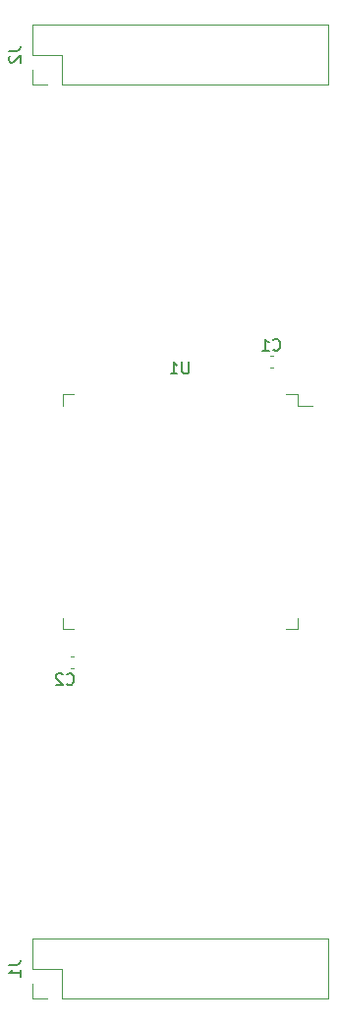
<source format=gbr>
G04 #@! TF.GenerationSoftware,KiCad,Pcbnew,7.99.0-unknown-099e5dd9e7~172~ubuntu22.04.1*
G04 #@! TF.CreationDate,2023-10-11T09:46:22+02:00*
G04 #@! TF.ProjectId,stm32u5a9zjt6q,73746d33-3275-4356-9139-7a6a7436712e,rev?*
G04 #@! TF.SameCoordinates,Original*
G04 #@! TF.FileFunction,Legend,Bot*
G04 #@! TF.FilePolarity,Positive*
%FSLAX46Y46*%
G04 Gerber Fmt 4.6, Leading zero omitted, Abs format (unit mm)*
G04 Created by KiCad (PCBNEW 7.99.0-unknown-099e5dd9e7~172~ubuntu22.04.1) date 2023-10-11 09:46:22*
%MOMM*%
%LPD*%
G01*
G04 APERTURE LIST*
%ADD10C,0.150000*%
%ADD11C,0.120000*%
G04 APERTURE END LIST*
D10*
X77964819Y-145716666D02*
X78679104Y-145716666D01*
X78679104Y-145716666D02*
X78821961Y-145669047D01*
X78821961Y-145669047D02*
X78917200Y-145573809D01*
X78917200Y-145573809D02*
X78964819Y-145430952D01*
X78964819Y-145430952D02*
X78964819Y-145335714D01*
X78964819Y-146716666D02*
X78964819Y-146145238D01*
X78964819Y-146430952D02*
X77964819Y-146430952D01*
X77964819Y-146430952D02*
X78107676Y-146335714D01*
X78107676Y-146335714D02*
X78202914Y-146240476D01*
X78202914Y-146240476D02*
X78250533Y-146145238D01*
X77964819Y-66976666D02*
X78679104Y-66976666D01*
X78679104Y-66976666D02*
X78821961Y-66929047D01*
X78821961Y-66929047D02*
X78917200Y-66833809D01*
X78917200Y-66833809D02*
X78964819Y-66690952D01*
X78964819Y-66690952D02*
X78964819Y-66595714D01*
X78060057Y-67405238D02*
X78012438Y-67452857D01*
X78012438Y-67452857D02*
X77964819Y-67548095D01*
X77964819Y-67548095D02*
X77964819Y-67786190D01*
X77964819Y-67786190D02*
X78012438Y-67881428D01*
X78012438Y-67881428D02*
X78060057Y-67929047D01*
X78060057Y-67929047D02*
X78155295Y-67976666D01*
X78155295Y-67976666D02*
X78250533Y-67976666D01*
X78250533Y-67976666D02*
X78393390Y-67929047D01*
X78393390Y-67929047D02*
X78964819Y-67357619D01*
X78964819Y-67357619D02*
X78964819Y-67976666D01*
X93471904Y-93784819D02*
X93471904Y-94594342D01*
X93471904Y-94594342D02*
X93424285Y-94689580D01*
X93424285Y-94689580D02*
X93376666Y-94737200D01*
X93376666Y-94737200D02*
X93281428Y-94784819D01*
X93281428Y-94784819D02*
X93090952Y-94784819D01*
X93090952Y-94784819D02*
X92995714Y-94737200D01*
X92995714Y-94737200D02*
X92948095Y-94689580D01*
X92948095Y-94689580D02*
X92900476Y-94594342D01*
X92900476Y-94594342D02*
X92900476Y-93784819D01*
X91900476Y-94784819D02*
X92471904Y-94784819D01*
X92186190Y-94784819D02*
X92186190Y-93784819D01*
X92186190Y-93784819D02*
X92281428Y-93927676D01*
X92281428Y-93927676D02*
X92376666Y-94022914D01*
X92376666Y-94022914D02*
X92471904Y-94070533D01*
X100750666Y-92688580D02*
X100798285Y-92736200D01*
X100798285Y-92736200D02*
X100941142Y-92783819D01*
X100941142Y-92783819D02*
X101036380Y-92783819D01*
X101036380Y-92783819D02*
X101179237Y-92736200D01*
X101179237Y-92736200D02*
X101274475Y-92640961D01*
X101274475Y-92640961D02*
X101322094Y-92545723D01*
X101322094Y-92545723D02*
X101369713Y-92355247D01*
X101369713Y-92355247D02*
X101369713Y-92212390D01*
X101369713Y-92212390D02*
X101322094Y-92021914D01*
X101322094Y-92021914D02*
X101274475Y-91926676D01*
X101274475Y-91926676D02*
X101179237Y-91831438D01*
X101179237Y-91831438D02*
X101036380Y-91783819D01*
X101036380Y-91783819D02*
X100941142Y-91783819D01*
X100941142Y-91783819D02*
X100798285Y-91831438D01*
X100798285Y-91831438D02*
X100750666Y-91879057D01*
X99798285Y-92783819D02*
X100369713Y-92783819D01*
X100083999Y-92783819D02*
X100083999Y-91783819D01*
X100083999Y-91783819D02*
X100179237Y-91926676D01*
X100179237Y-91926676D02*
X100274475Y-92021914D01*
X100274475Y-92021914D02*
X100369713Y-92069533D01*
X82970666Y-121517580D02*
X83018285Y-121565200D01*
X83018285Y-121565200D02*
X83161142Y-121612819D01*
X83161142Y-121612819D02*
X83256380Y-121612819D01*
X83256380Y-121612819D02*
X83399237Y-121565200D01*
X83399237Y-121565200D02*
X83494475Y-121469961D01*
X83494475Y-121469961D02*
X83542094Y-121374723D01*
X83542094Y-121374723D02*
X83589713Y-121184247D01*
X83589713Y-121184247D02*
X83589713Y-121041390D01*
X83589713Y-121041390D02*
X83542094Y-120850914D01*
X83542094Y-120850914D02*
X83494475Y-120755676D01*
X83494475Y-120755676D02*
X83399237Y-120660438D01*
X83399237Y-120660438D02*
X83256380Y-120612819D01*
X83256380Y-120612819D02*
X83161142Y-120612819D01*
X83161142Y-120612819D02*
X83018285Y-120660438D01*
X83018285Y-120660438D02*
X82970666Y-120708057D01*
X82589713Y-120708057D02*
X82542094Y-120660438D01*
X82542094Y-120660438D02*
X82446856Y-120612819D01*
X82446856Y-120612819D02*
X82208761Y-120612819D01*
X82208761Y-120612819D02*
X82113523Y-120660438D01*
X82113523Y-120660438D02*
X82065904Y-120708057D01*
X82065904Y-120708057D02*
X82018285Y-120803295D01*
X82018285Y-120803295D02*
X82018285Y-120898533D01*
X82018285Y-120898533D02*
X82065904Y-121041390D01*
X82065904Y-121041390D02*
X82637332Y-121612819D01*
X82637332Y-121612819D02*
X82018285Y-121612819D01*
D11*
X79950000Y-146050000D02*
X79950000Y-143450000D01*
X79950000Y-148650000D02*
X79950000Y-147320000D01*
X81280000Y-148650000D02*
X79950000Y-148650000D01*
X82550000Y-146050000D02*
X79950000Y-146050000D01*
X82550000Y-148650000D02*
X82550000Y-146050000D01*
X105470000Y-143450000D02*
X79950000Y-143450000D01*
X105470000Y-148650000D02*
X82550000Y-148650000D01*
X105470000Y-148650000D02*
X105470000Y-143450000D01*
X79950000Y-67310000D02*
X79950000Y-64710000D01*
X79950000Y-69910000D02*
X79950000Y-68580000D01*
X81280000Y-69910000D02*
X79950000Y-69910000D01*
X82550000Y-67310000D02*
X79950000Y-67310000D01*
X82550000Y-69910000D02*
X82550000Y-67310000D01*
X105470000Y-64710000D02*
X79950000Y-64710000D01*
X105470000Y-69910000D02*
X82550000Y-69910000D01*
X105470000Y-69910000D02*
X105470000Y-64710000D01*
X82600000Y-96570000D02*
X83550000Y-96570000D01*
X82600000Y-97520000D02*
X82600000Y-96570000D01*
X82600000Y-115840000D02*
X82600000Y-116790000D01*
X82600000Y-116790000D02*
X83550000Y-116790000D01*
X102820000Y-96570000D02*
X101870000Y-96570000D01*
X102820000Y-97520000D02*
X102820000Y-96570000D01*
X102820000Y-115840000D02*
X102820000Y-116790000D01*
X102820000Y-116790000D02*
X101870000Y-116790000D01*
X104110000Y-97520000D02*
X102820000Y-97520000D01*
X100724580Y-93216000D02*
X100443420Y-93216000D01*
X100724580Y-94236000D02*
X100443420Y-94236000D01*
X83298420Y-119124000D02*
X83579580Y-119124000D01*
X83298420Y-120144000D02*
X83579580Y-120144000D01*
M02*

</source>
